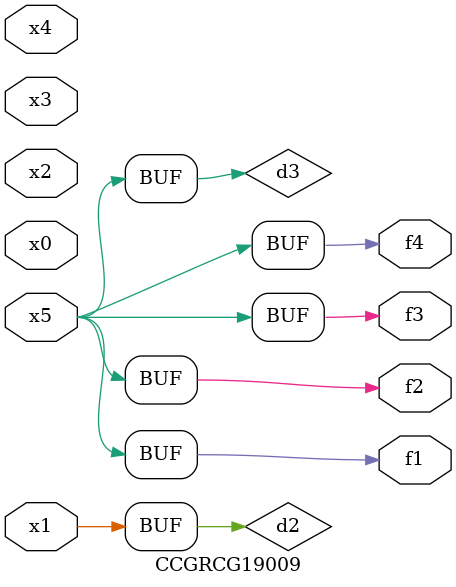
<source format=v>
module CCGRCG19009(
	input x0, x1, x2, x3, x4, x5,
	output f1, f2, f3, f4
);

	wire d1, d2, d3;

	not (d1, x5);
	or (d2, x1);
	xnor (d3, d1);
	assign f1 = d3;
	assign f2 = d3;
	assign f3 = d3;
	assign f4 = d3;
endmodule

</source>
